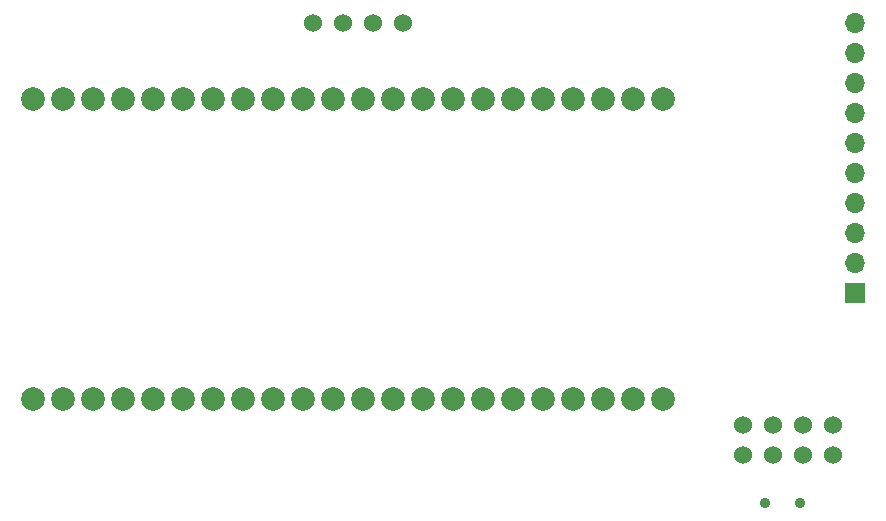
<source format=gbr>
%TF.GenerationSoftware,KiCad,Pcbnew,7.0.6*%
%TF.CreationDate,2024-02-09T00:40:26+01:00*%
%TF.ProjectId,openDTU,6f70656e-4454-4552-9e6b-696361645f70,rev?*%
%TF.SameCoordinates,Original*%
%TF.FileFunction,Soldermask,Top*%
%TF.FilePolarity,Negative*%
%FSLAX46Y46*%
G04 Gerber Fmt 4.6, Leading zero omitted, Abs format (unit mm)*
G04 Created by KiCad (PCBNEW 7.0.6) date 2024-02-09 00:40:26*
%MOMM*%
%LPD*%
G01*
G04 APERTURE LIST*
%ADD10C,1.524000*%
%ADD11C,0.900000*%
%ADD12C,2.000000*%
%ADD13R,1.700000X1.700000*%
%ADD14O,1.700000X1.700000*%
G04 APERTURE END LIST*
D10*
%TO.C,U3*%
X131740800Y-64167600D03*
X134280800Y-64167600D03*
X136820800Y-64167600D03*
X139360800Y-64167600D03*
%TD*%
%TO.C,U1*%
X168185000Y-100708500D03*
X168185000Y-98168500D03*
X170725000Y-100708500D03*
X170725000Y-98168500D03*
X173265000Y-100708500D03*
X173265000Y-98168500D03*
X175805000Y-100708500D03*
X175805000Y-98168500D03*
%TD*%
D11*
%TO.C,SW1*%
X173000000Y-104830000D03*
X170000000Y-104830000D03*
%TD*%
D12*
%TO.C,U2*%
X161400000Y-95999964D03*
X158860000Y-95999964D03*
X156320000Y-95999964D03*
X153780000Y-95999964D03*
X151240000Y-95999964D03*
X148700000Y-95999964D03*
X146160000Y-95999964D03*
X143620000Y-95999964D03*
X141080000Y-95999964D03*
X138540000Y-95999964D03*
X136000000Y-95999964D03*
X133460000Y-95999964D03*
X130920000Y-95999964D03*
X128380000Y-95999964D03*
X125840000Y-95999964D03*
X123300000Y-95999964D03*
X120760000Y-95999964D03*
X118220000Y-95999964D03*
X115680000Y-95999964D03*
X113140000Y-95999964D03*
X110600000Y-95999964D03*
X108060000Y-95999964D03*
X108060000Y-70598100D03*
X110600000Y-70599964D03*
X113140000Y-70599964D03*
X115680000Y-70599964D03*
X118220000Y-70599964D03*
X120760000Y-70599964D03*
X123300000Y-70599964D03*
X125840000Y-70599964D03*
X128380000Y-70599964D03*
X130920000Y-70599964D03*
X133460000Y-70599964D03*
X136000000Y-70599964D03*
X138540000Y-70599964D03*
X141080000Y-70599964D03*
X143620000Y-70599964D03*
X146160000Y-70599964D03*
X148700000Y-70599964D03*
X151240000Y-70599964D03*
X153780000Y-70599964D03*
X156320000Y-70599964D03*
X158860000Y-70599964D03*
X161400000Y-70599964D03*
%TD*%
D13*
%TO.C,J1*%
X177700000Y-87000000D03*
D14*
X177700000Y-84460000D03*
X177700000Y-81920000D03*
X177700000Y-79380000D03*
X177700000Y-76840000D03*
X177700000Y-74300000D03*
X177700000Y-71760000D03*
X177700000Y-69220000D03*
X177700000Y-66680000D03*
X177700000Y-64140000D03*
%TD*%
M02*

</source>
